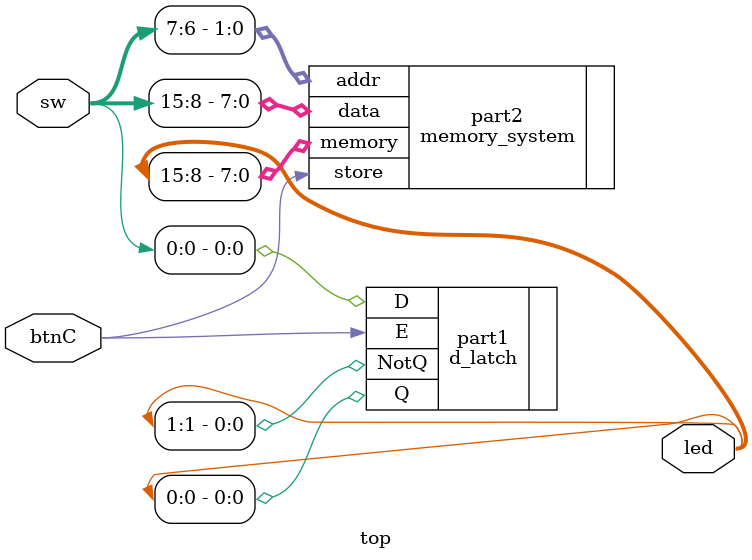
<source format=v>
module top(
    input [15:0] sw,
    input btnC,
    output [15:0] led
);
    d_latch part1(
        .D(sw[0]),
        .Q(led[0]),
        .NotQ(led[1]),
        .E(btnC)
    );
    
    memory_system part2(
        .data(sw[15:8]),
        .addr(sw[7:6]),
        .store(btnC),
        .memory(led[15:8])
    );

endmodule
</source>
